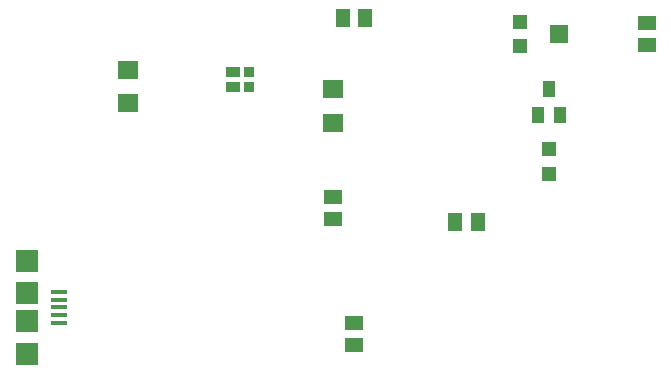
<source format=gtp>
G04 EAGLE Gerber RS-274X export*
G75*
%MOMM*%
%FSLAX34Y34*%
%LPD*%
%INSolderpaste Top*%
%IPPOS*%
%AMOC8*
5,1,8,0,0,1.08239X$1,22.5*%
G01*
%ADD10R,0.950000X0.850000*%
%ADD11R,1.150000X0.850000*%
%ADD12R,1.150000X0.970000*%
%ADD13R,0.950000X0.970000*%
%ADD14R,1.300000X1.500000*%
%ADD15R,1.200000X1.200000*%
%ADD16R,1.500000X1.600000*%
%ADD17R,1.346200X0.381000*%
%ADD18R,1.900000X1.900000*%
%ADD19R,1.800000X1.600000*%
%ADD20R,1.000000X1.400000*%
%ADD21R,1.500000X1.300000*%
%ADD22R,1.803000X1.600000*%


D10*
X202830Y457250D03*
D11*
X189330Y457250D03*
D12*
X189330Y469250D03*
D13*
X202830Y469250D03*
D14*
X396850Y342900D03*
X377850Y342900D03*
D15*
X432850Y511650D03*
X432850Y491650D03*
D16*
X465350Y501650D03*
D17*
X41990Y283510D03*
X41990Y277010D03*
X41990Y270510D03*
X41990Y264010D03*
X41990Y257510D03*
D18*
X15240Y310010D03*
X15240Y282510D03*
X15240Y258510D03*
X15240Y231010D03*
D19*
X100330Y443200D03*
X100330Y471200D03*
D20*
X457200Y455500D03*
X466700Y433500D03*
X447700Y433500D03*
D15*
X457200Y404200D03*
X457200Y383200D03*
D21*
X292100Y238150D03*
X292100Y257150D03*
X274320Y363830D03*
X274320Y344830D03*
D14*
X282600Y515620D03*
X301600Y515620D03*
D21*
X539750Y492150D03*
X539750Y511150D03*
D22*
X274320Y454910D03*
X274320Y426470D03*
M02*

</source>
